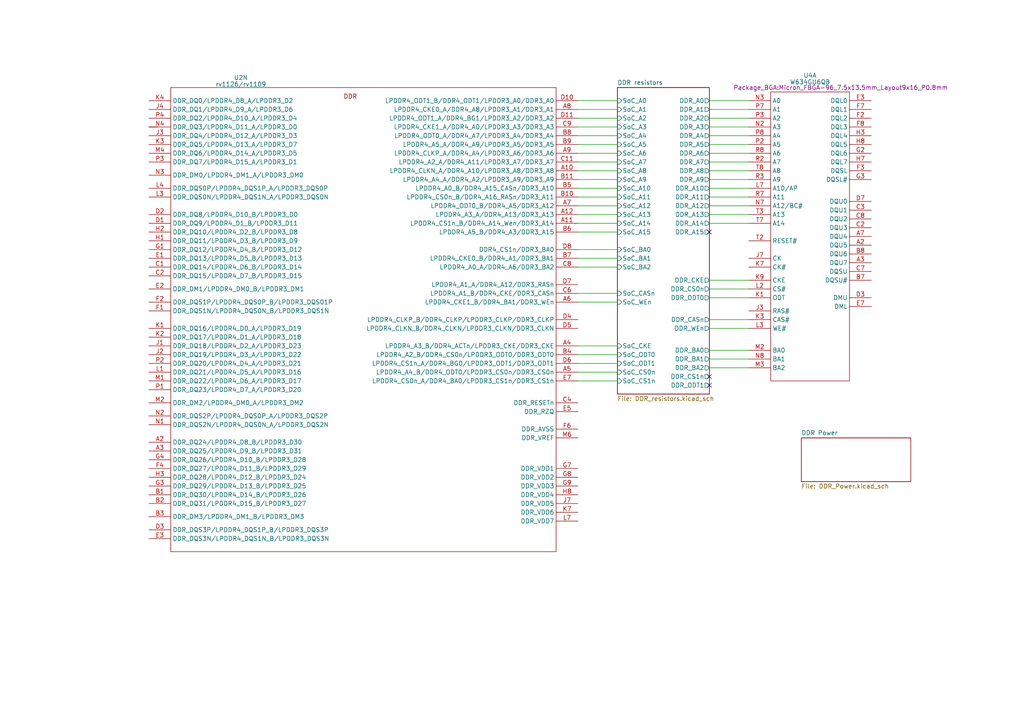
<source format=kicad_sch>
(kicad_sch (version 20230121) (generator eeschema)
  (paper "A4")
  (title_block (title "Leaf RV1126 RK809 DDR") (date "2023-02-25") (rev "1") (company "Qingdao IotPi Information Technology"))
  (no_connect (at 205.74 67.31))
  (no_connect (at 205.74 111.76))
  (no_connect (at 205.74 109.22))
  (wire (pts (xy 167.64 52.07) (xy 179.07 52.07)))
  (wire (pts (xy 205.74 101.6) (xy 217.17 101.6)))
  (wire (pts (xy 167.64 67.31) (xy 179.07 67.31)))
  (wire (pts (xy 205.74 54.61) (xy 217.17 54.61)))
  (wire (pts (xy 205.74 46.99) (xy 217.17 46.99)))
  (wire (pts (xy 205.74 41.91) (xy 217.17 41.91)))
  (wire (pts (xy 205.74 34.29) (xy 217.17 34.29)))
  (wire (pts (xy 167.64 77.47) (xy 179.07 77.47)))
  (wire (pts (xy 167.64 105.41) (xy 179.07 105.41)))
  (wire (pts (xy 205.74 49.53) (xy 217.17 49.53)))
  (wire (pts (xy 205.74 92.71) (xy 217.17 92.71)))
  (wire (pts (xy 167.64 46.99) (xy 179.07 46.99)))
  (wire (pts (xy 167.64 41.91) (xy 179.07 41.91)))
  (wire (pts (xy 205.74 64.77) (xy 217.17 64.77)))
  (wire (pts (xy 205.74 57.15) (xy 217.17 57.15)))
  (wire (pts (xy 167.64 87.63) (xy 179.07 87.63)))
  (wire (pts (xy 167.64 39.37) (xy 179.07 39.37)))
  (wire (pts (xy 167.64 100.33) (xy 179.07 100.33)))
  (wire (pts (xy 205.74 81.28) (xy 217.17 81.28)))
  (wire (pts (xy 167.64 85.09) (xy 179.07 85.09)))
  (wire (pts (xy 205.74 86.36) (xy 217.17 86.36)))
  (wire (pts (xy 167.64 64.77) (xy 179.07 64.77)))
  (wire (pts (xy 205.74 36.83) (xy 217.17 36.83)))
  (wire (pts (xy 167.64 49.53) (xy 179.07 49.53)))
  (wire (pts (xy 205.74 62.23) (xy 217.17 62.23)))
  (wire (pts (xy 167.64 34.29) (xy 179.07 34.29)))
  (wire (pts (xy 205.74 95.25) (xy 217.17 95.25)))
  (wire (pts (xy 167.64 107.95) (xy 179.07 107.95)))
  (wire (pts (xy 167.64 57.15) (xy 179.07 57.15)))
  (wire (pts (xy 167.64 62.23) (xy 179.07 62.23)))
  (wire (pts (xy 205.74 29.21) (xy 217.17 29.21)))
  (wire (pts (xy 167.64 29.21) (xy 179.07 29.21)))
  (wire (pts (xy 167.64 72.39) (xy 179.07 72.39)))
  (wire (pts (xy 205.74 44.45) (xy 217.17 44.45)))
  (wire (pts (xy 205.74 59.69) (xy 217.17 59.69)))
  (wire (pts (xy 167.64 59.69) (xy 179.07 59.69)))
  (wire (pts (xy 205.74 106.68) (xy 217.17 106.68)))
  (wire (pts (xy 167.64 36.83) (xy 179.07 36.83)))
  (wire (pts (xy 167.64 110.49) (xy 179.07 110.49)))
  (wire (pts (xy 205.74 104.14) (xy 217.17 104.14)))
  (wire (pts (xy 205.74 39.37) (xy 217.17 39.37)))
  (wire (pts (xy 205.74 31.75) (xy 217.17 31.75)))
  (wire (pts (xy 167.64 54.61) (xy 179.07 54.61)))
  (wire (pts (xy 205.74 52.07) (xy 217.17 52.07)))
  (wire (pts (xy 167.64 74.93) (xy 179.07 74.93)))
  (wire (pts (xy 167.64 44.45) (xy 179.07 44.45)))
  (wire (pts (xy 205.74 83.82) (xy 217.17 83.82)))
  (wire (pts (xy 167.64 31.75) (xy 179.07 31.75)))
  (wire (pts (xy 167.64 102.87) (xy 179.07 102.87)))
  (symbol (lib_id "Memory_DDR:W634GU6QB") (at 234.95 40.64 0) (unit 1)
    (property "Reference" "U4" (at 234.95 21.8661 0))
    (property "Value" "W634GU6QB" (at 234.95 23.7871 0))
    (property "Footprint" "Package_BGA:Micron_FBGA-96_7.5x13.5mm_Layout9x16_P0.8mm" (at 243.84 25.4 0))
  )
  (symbol (lib_id "CPU_Rockchip:rv1126_rv1109") (at 69.85 57.15 0) (unit 14)
    (property "Reference" "U2" (at 69.85 22.5171 0))
    (property "Value" "rv1126/rv1109" (at 69.85 24.4381 0))
  )
  (sheet (at 179.07 25.4) (size 26.67 88.9) (stroke (width 0.1524))
    (property "Sheetname" "DDR resistors" (at 179.07 24.6884 0) (effects (justify left bottom)))
    (property "Sheetfile" "DDR_resistors.kicad_sch" (at 179.07 114.8846 0) (effects (justify left top)))
    (pin "DDR_ODT0" output (at 205.74 86.36 0))
    (pin "DDR_A2" output (at 205.74 34.29 0))
    (pin "DDR_ODT1" output (at 205.74 111.76 0))
    (pin "SoC_ODT0" input (at 179.07 102.87 180))
    (pin "DDR_A13" output (at 205.74 62.23 0))
    (pin "DDR_A9" output (at 205.74 52.07 0))
    (pin "DDR_A7" output (at 205.74 46.99 0))
    (pin "SoC_A9" input (at 179.07 52.07 180))
    (pin "SoC_ODT1" input (at 179.07 105.41 180))
    (pin "SoC_A7" input (at 179.07 46.99 180))
    (pin "SoC_A2" input (at 179.07 34.29 180))
    (pin "SoC_A13" input (at 179.07 62.23 180))
    (pin "DDR_A10" output (at 205.74 54.61 0))
    (pin "DDR_BA2" output (at 205.74 106.68 0))
    (pin "DDR_A12" output (at 205.74 59.69 0))
    (pin "SoC_A10" input (at 179.07 54.61 180))
    (pin "SoC_BA2" input (at 179.07 77.47 180))
    (pin "SoC_A12" input (at 179.07 59.69 180))
    (pin "SoC_BA0" input (at 179.07 72.39 180))
    (pin "DDR_BA0" output (at 205.74 101.6 0))
    (pin "DDR_A15" output (at 205.74 67.31 0))
    (pin "DDR_A0" output (at 205.74 29.21 0))
    (pin "DDR_A3" output (at 205.74 36.83 0))
    (pin "DDR_A5" output (at 205.74 41.91 0))
    (pin "SoC_A5" input (at 179.07 41.91 180))
    (pin "SoC_A0" input (at 179.07 29.21 180))
    (pin "DDR_A1" output (at 205.74 31.75 0))
    (pin "DDR_BA1" output (at 205.74 104.14 0))
    (pin "DDR_A4" output (at 205.74 39.37 0))
    (pin "SoC_A4" input (at 179.07 39.37 180))
    (pin "SoC_BA1" input (at 179.07 74.93 180))
    (pin "SoC_A1" input (at 179.07 31.75 180))
    (pin "SoC_A3" input (at 179.07 36.83 180))
    (pin "SoC_A15" input (at 179.07 67.31 180))
    (pin "DDR_A11" output (at 205.74 57.15 0))
    (pin "DDR_A6" output (at 205.74 44.45 0))
    (pin "DDR_A14" output (at 205.74 64.77 0))
    (pin "DDR_A8" output (at 205.74 49.53 0))
    (pin "SoC_A14" input (at 179.07 64.77 180))
    (pin "SoC_A6" input (at 179.07 44.45 180))
    (pin "SoC_A11" input (at 179.07 57.15 180))
    (pin "SoC_A8" input (at 179.07 49.53 180))
    (pin "DDR_CS0n" output (at 205.74 83.82 0))
    (pin "SoC_CS1n" input (at 179.07 110.49 180))
    (pin "SoC_WEn" input (at 179.07 87.63 180))
    (pin "SoC_CKE" input (at 179.07 100.33 180))
    (pin "SoC_CASn" input (at 179.07 85.09 180))
    (pin "DDR_CASn" output (at 205.74 92.71 0))
    (pin "DDR_CKE" output (at 205.74 81.28 0))
    (pin "DDR_CS1n" output (at 205.74 109.22 0))
    (pin "DDR_WEn" output (at 205.74 95.25 0))
    (pin "SoC_CS0n" input (at 179.07 107.95 180))
  )
  (sheet (at 232.41 127) (size 31.75 12.7) (stroke (width 0.1524))
    (property "Sheetname" "DDR Power" (at 232.41 126.2884 0) (effects (justify left bottom)))
    (property "Sheetfile" "DDR_Power.kicad_sch" (at 232.41 140.2846 0) (effects (justify left top)))
  )
)
</source>
